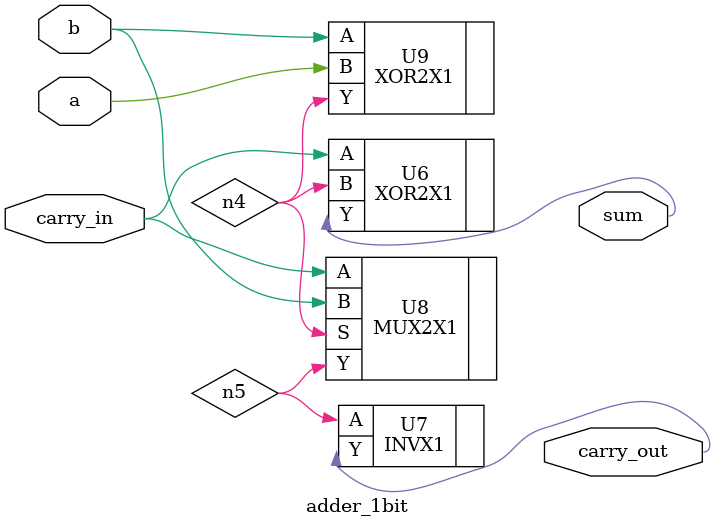
<source format=v>


module adder_1bit ( a, b, carry_in, sum, carry_out );
  input a, b, carry_in;
  output sum, carry_out;
  wire   n4, n5;

  XOR2X1 U6 ( .A(carry_in), .B(n4), .Y(sum) );
  INVX1 U7 ( .A(n5), .Y(carry_out) );
  MUX2X1 U8 ( .B(b), .A(carry_in), .S(n4), .Y(n5) );
  XOR2X1 U9 ( .A(b), .B(a), .Y(n4) );
endmodule


</source>
